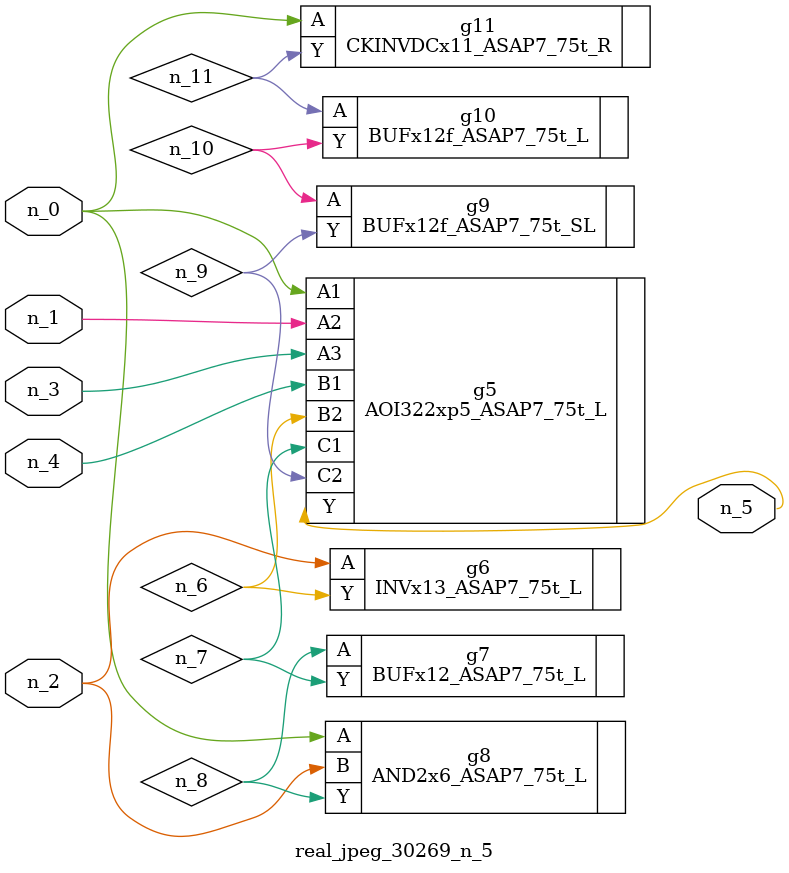
<source format=v>
module real_jpeg_30269_n_5 (n_4, n_0, n_1, n_2, n_3, n_5);

input n_4;
input n_0;
input n_1;
input n_2;
input n_3;

output n_5;

wire n_8;
wire n_11;
wire n_6;
wire n_7;
wire n_10;
wire n_9;

AOI322xp5_ASAP7_75t_L g5 ( 
.A1(n_0),
.A2(n_1),
.A3(n_3),
.B1(n_4),
.B2(n_6),
.C1(n_7),
.C2(n_9),
.Y(n_5)
);

AND2x6_ASAP7_75t_L g8 ( 
.A(n_0),
.B(n_2),
.Y(n_8)
);

CKINVDCx11_ASAP7_75t_R g11 ( 
.A(n_0),
.Y(n_11)
);

INVx13_ASAP7_75t_L g6 ( 
.A(n_2),
.Y(n_6)
);

BUFx12_ASAP7_75t_L g7 ( 
.A(n_8),
.Y(n_7)
);

BUFx12f_ASAP7_75t_SL g9 ( 
.A(n_10),
.Y(n_9)
);

BUFx12f_ASAP7_75t_L g10 ( 
.A(n_11),
.Y(n_10)
);


endmodule
</source>
